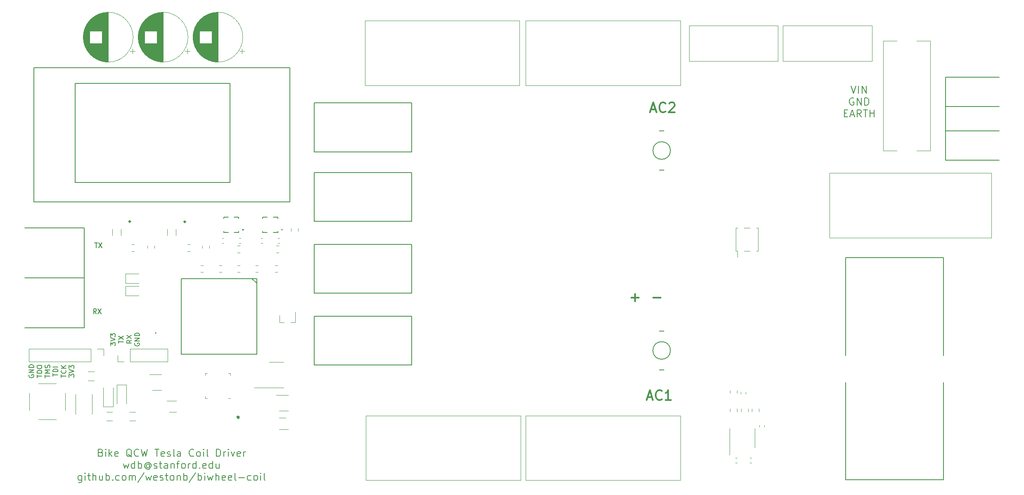
<source format=gbr>
G04 #@! TF.GenerationSoftware,KiCad,Pcbnew,5.1.4-e60b266~84~ubuntu18.04.1*
G04 #@! TF.CreationDate,2019-11-06T15:58:43-08:00*
G04 #@! TF.ProjectId,integrated,696e7465-6772-4617-9465-642e6b696361,rev?*
G04 #@! TF.SameCoordinates,Original*
G04 #@! TF.FileFunction,Legend,Top*
G04 #@! TF.FilePolarity,Positive*
%FSLAX46Y46*%
G04 Gerber Fmt 4.6, Leading zero omitted, Abs format (unit mm)*
G04 Created by KiCad (PCBNEW 5.1.4-e60b266~84~ubuntu18.04.1) date 2019-11-06 15:58:43*
%MOMM*%
%LPD*%
G04 APERTURE LIST*
%ADD10C,0.300000*%
%ADD11C,0.200000*%
%ADD12C,0.150000*%
%ADD13C,0.120000*%
%ADD14C,0.127000*%
G04 APERTURE END LIST*
D10*
X178988095Y-109642857D02*
X180511904Y-109642857D01*
X174488095Y-109642857D02*
X176011904Y-109642857D01*
X175250000Y-110404761D02*
X175250000Y-108880952D01*
X178571428Y-71083333D02*
X179523809Y-71083333D01*
X178380952Y-71654761D02*
X179047619Y-69654761D01*
X179714285Y-71654761D01*
X181523809Y-71464285D02*
X181428571Y-71559523D01*
X181142857Y-71654761D01*
X180952380Y-71654761D01*
X180666666Y-71559523D01*
X180476190Y-71369047D01*
X180380952Y-71178571D01*
X180285714Y-70797619D01*
X180285714Y-70511904D01*
X180380952Y-70130952D01*
X180476190Y-69940476D01*
X180666666Y-69750000D01*
X180952380Y-69654761D01*
X181142857Y-69654761D01*
X181428571Y-69750000D01*
X181523809Y-69845238D01*
X182285714Y-69845238D02*
X182380952Y-69750000D01*
X182571428Y-69654761D01*
X183047619Y-69654761D01*
X183238095Y-69750000D01*
X183333333Y-69845238D01*
X183428571Y-70035714D01*
X183428571Y-70226190D01*
X183333333Y-70511904D01*
X182190476Y-71654761D01*
X183428571Y-71654761D01*
X177821428Y-130083333D02*
X178773809Y-130083333D01*
X177630952Y-130654761D02*
X178297619Y-128654761D01*
X178964285Y-130654761D01*
X180773809Y-130464285D02*
X180678571Y-130559523D01*
X180392857Y-130654761D01*
X180202380Y-130654761D01*
X179916666Y-130559523D01*
X179726190Y-130369047D01*
X179630952Y-130178571D01*
X179535714Y-129797619D01*
X179535714Y-129511904D01*
X179630952Y-129130952D01*
X179726190Y-128940476D01*
X179916666Y-128750000D01*
X180202380Y-128654761D01*
X180392857Y-128654761D01*
X180678571Y-128750000D01*
X180773809Y-128845238D01*
X182678571Y-130654761D02*
X181535714Y-130654761D01*
X182107142Y-130654761D02*
X182107142Y-128654761D01*
X181916666Y-128940476D01*
X181726190Y-129130952D01*
X181535714Y-129226190D01*
D11*
X219607142Y-66228571D02*
X220107142Y-67728571D01*
X220607142Y-66228571D01*
X221107142Y-67728571D02*
X221107142Y-66228571D01*
X221821428Y-67728571D02*
X221821428Y-66228571D01*
X222678571Y-67728571D01*
X222678571Y-66228571D01*
X220107142Y-68750000D02*
X219964285Y-68678571D01*
X219750000Y-68678571D01*
X219535714Y-68750000D01*
X219392857Y-68892857D01*
X219321428Y-69035714D01*
X219250000Y-69321428D01*
X219250000Y-69535714D01*
X219321428Y-69821428D01*
X219392857Y-69964285D01*
X219535714Y-70107142D01*
X219750000Y-70178571D01*
X219892857Y-70178571D01*
X220107142Y-70107142D01*
X220178571Y-70035714D01*
X220178571Y-69535714D01*
X219892857Y-69535714D01*
X220821428Y-70178571D02*
X220821428Y-68678571D01*
X221678571Y-70178571D01*
X221678571Y-68678571D01*
X222392857Y-70178571D02*
X222392857Y-68678571D01*
X222750000Y-68678571D01*
X222964285Y-68750000D01*
X223107142Y-68892857D01*
X223178571Y-69035714D01*
X223250000Y-69321428D01*
X223250000Y-69535714D01*
X223178571Y-69821428D01*
X223107142Y-69964285D01*
X222964285Y-70107142D01*
X222750000Y-70178571D01*
X222392857Y-70178571D01*
X218178571Y-71842857D02*
X218678571Y-71842857D01*
X218892857Y-72628571D02*
X218178571Y-72628571D01*
X218178571Y-71128571D01*
X218892857Y-71128571D01*
X219464285Y-72200000D02*
X220178571Y-72200000D01*
X219321428Y-72628571D02*
X219821428Y-71128571D01*
X220321428Y-72628571D01*
X221678571Y-72628571D02*
X221178571Y-71914285D01*
X220821428Y-72628571D02*
X220821428Y-71128571D01*
X221392857Y-71128571D01*
X221535714Y-71200000D01*
X221607142Y-71271428D01*
X221678571Y-71414285D01*
X221678571Y-71628571D01*
X221607142Y-71771428D01*
X221535714Y-71842857D01*
X221392857Y-71914285D01*
X220821428Y-71914285D01*
X222107142Y-71128571D02*
X222964285Y-71128571D01*
X222535714Y-72628571D02*
X222535714Y-71128571D01*
X223464285Y-72628571D02*
X223464285Y-71128571D01*
X223464285Y-71842857D02*
X224321428Y-71842857D01*
X224321428Y-72628571D02*
X224321428Y-71128571D01*
D12*
X67727380Y-119488095D02*
X67727380Y-118869047D01*
X68108333Y-119202380D01*
X68108333Y-119059523D01*
X68155952Y-118964285D01*
X68203571Y-118916666D01*
X68298809Y-118869047D01*
X68536904Y-118869047D01*
X68632142Y-118916666D01*
X68679761Y-118964285D01*
X68727380Y-119059523D01*
X68727380Y-119345238D01*
X68679761Y-119440476D01*
X68632142Y-119488095D01*
X67727380Y-118583333D02*
X68727380Y-118250000D01*
X67727380Y-117916666D01*
X67727380Y-117678571D02*
X67727380Y-117059523D01*
X68108333Y-117392857D01*
X68108333Y-117250000D01*
X68155952Y-117154761D01*
X68203571Y-117107142D01*
X68298809Y-117059523D01*
X68536904Y-117059523D01*
X68632142Y-117107142D01*
X68679761Y-117154761D01*
X68727380Y-117250000D01*
X68727380Y-117535714D01*
X68679761Y-117630952D01*
X68632142Y-117678571D01*
X69377380Y-119011904D02*
X69377380Y-118440476D01*
X70377380Y-118726190D02*
X69377380Y-118726190D01*
X69377380Y-118202380D02*
X70377380Y-117535714D01*
X69377380Y-117535714D02*
X70377380Y-118202380D01*
X72027380Y-118416666D02*
X71551190Y-118750000D01*
X72027380Y-118988095D02*
X71027380Y-118988095D01*
X71027380Y-118607142D01*
X71075000Y-118511904D01*
X71122619Y-118464285D01*
X71217857Y-118416666D01*
X71360714Y-118416666D01*
X71455952Y-118464285D01*
X71503571Y-118511904D01*
X71551190Y-118607142D01*
X71551190Y-118988095D01*
X71027380Y-118083333D02*
X72027380Y-117416666D01*
X71027380Y-117416666D02*
X72027380Y-118083333D01*
X72725000Y-119011904D02*
X72677380Y-119107142D01*
X72677380Y-119250000D01*
X72725000Y-119392857D01*
X72820238Y-119488095D01*
X72915476Y-119535714D01*
X73105952Y-119583333D01*
X73248809Y-119583333D01*
X73439285Y-119535714D01*
X73534523Y-119488095D01*
X73629761Y-119392857D01*
X73677380Y-119250000D01*
X73677380Y-119154761D01*
X73629761Y-119011904D01*
X73582142Y-118964285D01*
X73248809Y-118964285D01*
X73248809Y-119154761D01*
X73677380Y-118535714D02*
X72677380Y-118535714D01*
X73677380Y-117964285D01*
X72677380Y-117964285D01*
X73677380Y-117488095D02*
X72677380Y-117488095D01*
X72677380Y-117250000D01*
X72725000Y-117107142D01*
X72820238Y-117011904D01*
X72915476Y-116964285D01*
X73105952Y-116916666D01*
X73248809Y-116916666D01*
X73439285Y-116964285D01*
X73534523Y-117011904D01*
X73629761Y-117107142D01*
X73677380Y-117250000D01*
X73677380Y-117488095D01*
X51050000Y-125511904D02*
X51002380Y-125607142D01*
X51002380Y-125750000D01*
X51050000Y-125892857D01*
X51145238Y-125988095D01*
X51240476Y-126035714D01*
X51430952Y-126083333D01*
X51573809Y-126083333D01*
X51764285Y-126035714D01*
X51859523Y-125988095D01*
X51954761Y-125892857D01*
X52002380Y-125750000D01*
X52002380Y-125654761D01*
X51954761Y-125511904D01*
X51907142Y-125464285D01*
X51573809Y-125464285D01*
X51573809Y-125654761D01*
X52002380Y-125035714D02*
X51002380Y-125035714D01*
X52002380Y-124464285D01*
X51002380Y-124464285D01*
X52002380Y-123988095D02*
X51002380Y-123988095D01*
X51002380Y-123750000D01*
X51050000Y-123607142D01*
X51145238Y-123511904D01*
X51240476Y-123464285D01*
X51430952Y-123416666D01*
X51573809Y-123416666D01*
X51764285Y-123464285D01*
X51859523Y-123511904D01*
X51954761Y-123607142D01*
X52002380Y-123750000D01*
X52002380Y-123988095D01*
X52652380Y-126059523D02*
X52652380Y-125488095D01*
X53652380Y-125773809D02*
X52652380Y-125773809D01*
X53652380Y-125154761D02*
X52652380Y-125154761D01*
X52652380Y-124916666D01*
X52700000Y-124773809D01*
X52795238Y-124678571D01*
X52890476Y-124630952D01*
X53080952Y-124583333D01*
X53223809Y-124583333D01*
X53414285Y-124630952D01*
X53509523Y-124678571D01*
X53604761Y-124773809D01*
X53652380Y-124916666D01*
X53652380Y-125154761D01*
X52652380Y-123964285D02*
X52652380Y-123773809D01*
X52700000Y-123678571D01*
X52795238Y-123583333D01*
X52985714Y-123535714D01*
X53319047Y-123535714D01*
X53509523Y-123583333D01*
X53604761Y-123678571D01*
X53652380Y-123773809D01*
X53652380Y-123964285D01*
X53604761Y-124059523D01*
X53509523Y-124154761D01*
X53319047Y-124202380D01*
X52985714Y-124202380D01*
X52795238Y-124154761D01*
X52700000Y-124059523D01*
X52652380Y-123964285D01*
X54302380Y-126083333D02*
X54302380Y-125511904D01*
X55302380Y-125797619D02*
X54302380Y-125797619D01*
X55302380Y-125178571D02*
X54302380Y-125178571D01*
X55016666Y-124845238D01*
X54302380Y-124511904D01*
X55302380Y-124511904D01*
X55254761Y-124083333D02*
X55302380Y-123940476D01*
X55302380Y-123702380D01*
X55254761Y-123607142D01*
X55207142Y-123559523D01*
X55111904Y-123511904D01*
X55016666Y-123511904D01*
X54921428Y-123559523D01*
X54873809Y-123607142D01*
X54826190Y-123702380D01*
X54778571Y-123892857D01*
X54730952Y-123988095D01*
X54683333Y-124035714D01*
X54588095Y-124083333D01*
X54492857Y-124083333D01*
X54397619Y-124035714D01*
X54350000Y-123988095D01*
X54302380Y-123892857D01*
X54302380Y-123654761D01*
X54350000Y-123511904D01*
X55952380Y-125773809D02*
X55952380Y-125202380D01*
X56952380Y-125488095D02*
X55952380Y-125488095D01*
X56952380Y-124869047D02*
X55952380Y-124869047D01*
X55952380Y-124630952D01*
X56000000Y-124488095D01*
X56095238Y-124392857D01*
X56190476Y-124345238D01*
X56380952Y-124297619D01*
X56523809Y-124297619D01*
X56714285Y-124345238D01*
X56809523Y-124392857D01*
X56904761Y-124488095D01*
X56952380Y-124630952D01*
X56952380Y-124869047D01*
X56952380Y-123869047D02*
X55952380Y-123869047D01*
X57602380Y-126035714D02*
X57602380Y-125464285D01*
X58602380Y-125750000D02*
X57602380Y-125750000D01*
X58507142Y-124559523D02*
X58554761Y-124607142D01*
X58602380Y-124750000D01*
X58602380Y-124845238D01*
X58554761Y-124988095D01*
X58459523Y-125083333D01*
X58364285Y-125130952D01*
X58173809Y-125178571D01*
X58030952Y-125178571D01*
X57840476Y-125130952D01*
X57745238Y-125083333D01*
X57650000Y-124988095D01*
X57602380Y-124845238D01*
X57602380Y-124750000D01*
X57650000Y-124607142D01*
X57697619Y-124559523D01*
X58602380Y-124130952D02*
X57602380Y-124130952D01*
X58602380Y-123559523D02*
X58030952Y-123988095D01*
X57602380Y-123559523D02*
X58173809Y-124130952D01*
X59252380Y-125988095D02*
X59252380Y-125369047D01*
X59633333Y-125702380D01*
X59633333Y-125559523D01*
X59680952Y-125464285D01*
X59728571Y-125416666D01*
X59823809Y-125369047D01*
X60061904Y-125369047D01*
X60157142Y-125416666D01*
X60204761Y-125464285D01*
X60252380Y-125559523D01*
X60252380Y-125845238D01*
X60204761Y-125940476D01*
X60157142Y-125988095D01*
X59252380Y-125083333D02*
X60252380Y-124750000D01*
X59252380Y-124416666D01*
X59252380Y-124178571D02*
X59252380Y-123559523D01*
X59633333Y-123892857D01*
X59633333Y-123750000D01*
X59680952Y-123654761D01*
X59728571Y-123607142D01*
X59823809Y-123559523D01*
X60061904Y-123559523D01*
X60157142Y-123607142D01*
X60204761Y-123654761D01*
X60252380Y-123750000D01*
X60252380Y-124035714D01*
X60204761Y-124130952D01*
X60157142Y-124178571D01*
X64833333Y-112952380D02*
X64500000Y-112476190D01*
X64261904Y-112952380D02*
X64261904Y-111952380D01*
X64642857Y-111952380D01*
X64738095Y-112000000D01*
X64785714Y-112047619D01*
X64833333Y-112142857D01*
X64833333Y-112285714D01*
X64785714Y-112380952D01*
X64738095Y-112428571D01*
X64642857Y-112476190D01*
X64261904Y-112476190D01*
X65166666Y-111952380D02*
X65833333Y-112952380D01*
X65833333Y-111952380D02*
X65166666Y-112952380D01*
X64488095Y-98452380D02*
X65059523Y-98452380D01*
X64773809Y-99452380D02*
X64773809Y-98452380D01*
X65297619Y-98452380D02*
X65964285Y-99452380D01*
X65964285Y-98452380D02*
X65297619Y-99452380D01*
D11*
X65749999Y-141442857D02*
X65964285Y-141514285D01*
X66035714Y-141585714D01*
X66107142Y-141728571D01*
X66107142Y-141942857D01*
X66035714Y-142085714D01*
X65964285Y-142157142D01*
X65821428Y-142228571D01*
X65249999Y-142228571D01*
X65249999Y-140728571D01*
X65749999Y-140728571D01*
X65892857Y-140800000D01*
X65964285Y-140871428D01*
X66035714Y-141014285D01*
X66035714Y-141157142D01*
X65964285Y-141300000D01*
X65892857Y-141371428D01*
X65749999Y-141442857D01*
X65249999Y-141442857D01*
X66749999Y-142228571D02*
X66749999Y-141228571D01*
X66749999Y-140728571D02*
X66678571Y-140800000D01*
X66749999Y-140871428D01*
X66821428Y-140800000D01*
X66749999Y-140728571D01*
X66749999Y-140871428D01*
X67464285Y-142228571D02*
X67464285Y-140728571D01*
X67607142Y-141657142D02*
X68035714Y-142228571D01*
X68035714Y-141228571D02*
X67464285Y-141800000D01*
X69249999Y-142157142D02*
X69107142Y-142228571D01*
X68821428Y-142228571D01*
X68678571Y-142157142D01*
X68607142Y-142014285D01*
X68607142Y-141442857D01*
X68678571Y-141300000D01*
X68821428Y-141228571D01*
X69107142Y-141228571D01*
X69249999Y-141300000D01*
X69321428Y-141442857D01*
X69321428Y-141585714D01*
X68607142Y-141728571D01*
X72107142Y-142371428D02*
X71964285Y-142300000D01*
X71821428Y-142157142D01*
X71607142Y-141942857D01*
X71464285Y-141871428D01*
X71321428Y-141871428D01*
X71392857Y-142228571D02*
X71249999Y-142157142D01*
X71107142Y-142014285D01*
X71035714Y-141728571D01*
X71035714Y-141228571D01*
X71107142Y-140942857D01*
X71249999Y-140800000D01*
X71392857Y-140728571D01*
X71678571Y-140728571D01*
X71821428Y-140800000D01*
X71964285Y-140942857D01*
X72035714Y-141228571D01*
X72035714Y-141728571D01*
X71964285Y-142014285D01*
X71821428Y-142157142D01*
X71678571Y-142228571D01*
X71392857Y-142228571D01*
X73535714Y-142085714D02*
X73464285Y-142157142D01*
X73249999Y-142228571D01*
X73107142Y-142228571D01*
X72892857Y-142157142D01*
X72749999Y-142014285D01*
X72678571Y-141871428D01*
X72607142Y-141585714D01*
X72607142Y-141371428D01*
X72678571Y-141085714D01*
X72749999Y-140942857D01*
X72892857Y-140800000D01*
X73107142Y-140728571D01*
X73249999Y-140728571D01*
X73464285Y-140800000D01*
X73535714Y-140871428D01*
X74035714Y-140728571D02*
X74392857Y-142228571D01*
X74678571Y-141157142D01*
X74964285Y-142228571D01*
X75321428Y-140728571D01*
X76821428Y-140728571D02*
X77678571Y-140728571D01*
X77249999Y-142228571D02*
X77249999Y-140728571D01*
X78749999Y-142157142D02*
X78607142Y-142228571D01*
X78321428Y-142228571D01*
X78178571Y-142157142D01*
X78107142Y-142014285D01*
X78107142Y-141442857D01*
X78178571Y-141300000D01*
X78321428Y-141228571D01*
X78607142Y-141228571D01*
X78749999Y-141300000D01*
X78821428Y-141442857D01*
X78821428Y-141585714D01*
X78107142Y-141728571D01*
X79392857Y-142157142D02*
X79535714Y-142228571D01*
X79821428Y-142228571D01*
X79964285Y-142157142D01*
X80035714Y-142014285D01*
X80035714Y-141942857D01*
X79964285Y-141800000D01*
X79821428Y-141728571D01*
X79607142Y-141728571D01*
X79464285Y-141657142D01*
X79392857Y-141514285D01*
X79392857Y-141442857D01*
X79464285Y-141300000D01*
X79607142Y-141228571D01*
X79821428Y-141228571D01*
X79964285Y-141300000D01*
X80892857Y-142228571D02*
X80749999Y-142157142D01*
X80678571Y-142014285D01*
X80678571Y-140728571D01*
X82107142Y-142228571D02*
X82107142Y-141442857D01*
X82035714Y-141300000D01*
X81892857Y-141228571D01*
X81607142Y-141228571D01*
X81464285Y-141300000D01*
X82107142Y-142157142D02*
X81964285Y-142228571D01*
X81607142Y-142228571D01*
X81464285Y-142157142D01*
X81392857Y-142014285D01*
X81392857Y-141871428D01*
X81464285Y-141728571D01*
X81607142Y-141657142D01*
X81964285Y-141657142D01*
X82107142Y-141585714D01*
X84821428Y-142085714D02*
X84749999Y-142157142D01*
X84535714Y-142228571D01*
X84392857Y-142228571D01*
X84178571Y-142157142D01*
X84035714Y-142014285D01*
X83964285Y-141871428D01*
X83892857Y-141585714D01*
X83892857Y-141371428D01*
X83964285Y-141085714D01*
X84035714Y-140942857D01*
X84178571Y-140800000D01*
X84392857Y-140728571D01*
X84535714Y-140728571D01*
X84749999Y-140800000D01*
X84821428Y-140871428D01*
X85678571Y-142228571D02*
X85535714Y-142157142D01*
X85464285Y-142085714D01*
X85392857Y-141942857D01*
X85392857Y-141514285D01*
X85464285Y-141371428D01*
X85535714Y-141300000D01*
X85678571Y-141228571D01*
X85892857Y-141228571D01*
X86035714Y-141300000D01*
X86107142Y-141371428D01*
X86178571Y-141514285D01*
X86178571Y-141942857D01*
X86107142Y-142085714D01*
X86035714Y-142157142D01*
X85892857Y-142228571D01*
X85678571Y-142228571D01*
X86821428Y-142228571D02*
X86821428Y-141228571D01*
X86821428Y-140728571D02*
X86749999Y-140800000D01*
X86821428Y-140871428D01*
X86892857Y-140800000D01*
X86821428Y-140728571D01*
X86821428Y-140871428D01*
X87749999Y-142228571D02*
X87607142Y-142157142D01*
X87535714Y-142014285D01*
X87535714Y-140728571D01*
X89464285Y-142228571D02*
X89464285Y-140728571D01*
X89821428Y-140728571D01*
X90035714Y-140800000D01*
X90178571Y-140942857D01*
X90249999Y-141085714D01*
X90321428Y-141371428D01*
X90321428Y-141585714D01*
X90249999Y-141871428D01*
X90178571Y-142014285D01*
X90035714Y-142157142D01*
X89821428Y-142228571D01*
X89464285Y-142228571D01*
X90964285Y-142228571D02*
X90964285Y-141228571D01*
X90964285Y-141514285D02*
X91035714Y-141371428D01*
X91107142Y-141300000D01*
X91249999Y-141228571D01*
X91392857Y-141228571D01*
X91892857Y-142228571D02*
X91892857Y-141228571D01*
X91892857Y-140728571D02*
X91821428Y-140800000D01*
X91892857Y-140871428D01*
X91964285Y-140800000D01*
X91892857Y-140728571D01*
X91892857Y-140871428D01*
X92464285Y-141228571D02*
X92821428Y-142228571D01*
X93178571Y-141228571D01*
X94321428Y-142157142D02*
X94178571Y-142228571D01*
X93892857Y-142228571D01*
X93749999Y-142157142D01*
X93678571Y-142014285D01*
X93678571Y-141442857D01*
X93749999Y-141300000D01*
X93892857Y-141228571D01*
X94178571Y-141228571D01*
X94321428Y-141300000D01*
X94392857Y-141442857D01*
X94392857Y-141585714D01*
X93678571Y-141728571D01*
X95035714Y-142228571D02*
X95035714Y-141228571D01*
X95035714Y-141514285D02*
X95107142Y-141371428D01*
X95178571Y-141300000D01*
X95321428Y-141228571D01*
X95464285Y-141228571D01*
X70357142Y-143678571D02*
X70642857Y-144678571D01*
X70928571Y-143964285D01*
X71214285Y-144678571D01*
X71500000Y-143678571D01*
X72714285Y-144678571D02*
X72714285Y-143178571D01*
X72714285Y-144607142D02*
X72571428Y-144678571D01*
X72285714Y-144678571D01*
X72142857Y-144607142D01*
X72071428Y-144535714D01*
X72000000Y-144392857D01*
X72000000Y-143964285D01*
X72071428Y-143821428D01*
X72142857Y-143750000D01*
X72285714Y-143678571D01*
X72571428Y-143678571D01*
X72714285Y-143750000D01*
X73428571Y-144678571D02*
X73428571Y-143178571D01*
X73428571Y-143750000D02*
X73571428Y-143678571D01*
X73857142Y-143678571D01*
X74000000Y-143750000D01*
X74071428Y-143821428D01*
X74142857Y-143964285D01*
X74142857Y-144392857D01*
X74071428Y-144535714D01*
X74000000Y-144607142D01*
X73857142Y-144678571D01*
X73571428Y-144678571D01*
X73428571Y-144607142D01*
X75714285Y-143964285D02*
X75642857Y-143892857D01*
X75500000Y-143821428D01*
X75357142Y-143821428D01*
X75214285Y-143892857D01*
X75142857Y-143964285D01*
X75071428Y-144107142D01*
X75071428Y-144250000D01*
X75142857Y-144392857D01*
X75214285Y-144464285D01*
X75357142Y-144535714D01*
X75500000Y-144535714D01*
X75642857Y-144464285D01*
X75714285Y-144392857D01*
X75714285Y-143821428D02*
X75714285Y-144392857D01*
X75785714Y-144464285D01*
X75857142Y-144464285D01*
X76000000Y-144392857D01*
X76071428Y-144250000D01*
X76071428Y-143892857D01*
X75928571Y-143678571D01*
X75714285Y-143535714D01*
X75428571Y-143464285D01*
X75142857Y-143535714D01*
X74928571Y-143678571D01*
X74785714Y-143892857D01*
X74714285Y-144178571D01*
X74785714Y-144464285D01*
X74928571Y-144678571D01*
X75142857Y-144821428D01*
X75428571Y-144892857D01*
X75714285Y-144821428D01*
X75928571Y-144678571D01*
X76642857Y-144607142D02*
X76785714Y-144678571D01*
X77071428Y-144678571D01*
X77214285Y-144607142D01*
X77285714Y-144464285D01*
X77285714Y-144392857D01*
X77214285Y-144250000D01*
X77071428Y-144178571D01*
X76857142Y-144178571D01*
X76714285Y-144107142D01*
X76642857Y-143964285D01*
X76642857Y-143892857D01*
X76714285Y-143750000D01*
X76857142Y-143678571D01*
X77071428Y-143678571D01*
X77214285Y-143750000D01*
X77714285Y-143678571D02*
X78285714Y-143678571D01*
X77928571Y-143178571D02*
X77928571Y-144464285D01*
X78000000Y-144607142D01*
X78142857Y-144678571D01*
X78285714Y-144678571D01*
X79428571Y-144678571D02*
X79428571Y-143892857D01*
X79357142Y-143750000D01*
X79214285Y-143678571D01*
X78928571Y-143678571D01*
X78785714Y-143750000D01*
X79428571Y-144607142D02*
X79285714Y-144678571D01*
X78928571Y-144678571D01*
X78785714Y-144607142D01*
X78714285Y-144464285D01*
X78714285Y-144321428D01*
X78785714Y-144178571D01*
X78928571Y-144107142D01*
X79285714Y-144107142D01*
X79428571Y-144035714D01*
X80142857Y-143678571D02*
X80142857Y-144678571D01*
X80142857Y-143821428D02*
X80214285Y-143750000D01*
X80357142Y-143678571D01*
X80571428Y-143678571D01*
X80714285Y-143750000D01*
X80785714Y-143892857D01*
X80785714Y-144678571D01*
X81285714Y-143678571D02*
X81857142Y-143678571D01*
X81500000Y-144678571D02*
X81500000Y-143392857D01*
X81571428Y-143250000D01*
X81714285Y-143178571D01*
X81857142Y-143178571D01*
X82571428Y-144678571D02*
X82428571Y-144607142D01*
X82357142Y-144535714D01*
X82285714Y-144392857D01*
X82285714Y-143964285D01*
X82357142Y-143821428D01*
X82428571Y-143750000D01*
X82571428Y-143678571D01*
X82785714Y-143678571D01*
X82928571Y-143750000D01*
X83000000Y-143821428D01*
X83071428Y-143964285D01*
X83071428Y-144392857D01*
X83000000Y-144535714D01*
X82928571Y-144607142D01*
X82785714Y-144678571D01*
X82571428Y-144678571D01*
X83714285Y-144678571D02*
X83714285Y-143678571D01*
X83714285Y-143964285D02*
X83785714Y-143821428D01*
X83857142Y-143750000D01*
X84000000Y-143678571D01*
X84142857Y-143678571D01*
X85285714Y-144678571D02*
X85285714Y-143178571D01*
X85285714Y-144607142D02*
X85142857Y-144678571D01*
X84857142Y-144678571D01*
X84714285Y-144607142D01*
X84642857Y-144535714D01*
X84571428Y-144392857D01*
X84571428Y-143964285D01*
X84642857Y-143821428D01*
X84714285Y-143750000D01*
X84857142Y-143678571D01*
X85142857Y-143678571D01*
X85285714Y-143750000D01*
X86000000Y-144535714D02*
X86071428Y-144607142D01*
X86000000Y-144678571D01*
X85928571Y-144607142D01*
X86000000Y-144535714D01*
X86000000Y-144678571D01*
X87285714Y-144607142D02*
X87142857Y-144678571D01*
X86857142Y-144678571D01*
X86714285Y-144607142D01*
X86642857Y-144464285D01*
X86642857Y-143892857D01*
X86714285Y-143750000D01*
X86857142Y-143678571D01*
X87142857Y-143678571D01*
X87285714Y-143750000D01*
X87357142Y-143892857D01*
X87357142Y-144035714D01*
X86642857Y-144178571D01*
X88642857Y-144678571D02*
X88642857Y-143178571D01*
X88642857Y-144607142D02*
X88500000Y-144678571D01*
X88214285Y-144678571D01*
X88071428Y-144607142D01*
X88000000Y-144535714D01*
X87928571Y-144392857D01*
X87928571Y-143964285D01*
X88000000Y-143821428D01*
X88071428Y-143750000D01*
X88214285Y-143678571D01*
X88500000Y-143678571D01*
X88642857Y-143750000D01*
X90000000Y-143678571D02*
X90000000Y-144678571D01*
X89357142Y-143678571D02*
X89357142Y-144464285D01*
X89428571Y-144607142D01*
X89571428Y-144678571D01*
X89785714Y-144678571D01*
X89928571Y-144607142D01*
X90000000Y-144535714D01*
X61821428Y-146128571D02*
X61821428Y-147342857D01*
X61749999Y-147485714D01*
X61678571Y-147557142D01*
X61535714Y-147628571D01*
X61321428Y-147628571D01*
X61178571Y-147557142D01*
X61821428Y-147057142D02*
X61678571Y-147128571D01*
X61392857Y-147128571D01*
X61249999Y-147057142D01*
X61178571Y-146985714D01*
X61107142Y-146842857D01*
X61107142Y-146414285D01*
X61178571Y-146271428D01*
X61249999Y-146200000D01*
X61392857Y-146128571D01*
X61678571Y-146128571D01*
X61821428Y-146200000D01*
X62535714Y-147128571D02*
X62535714Y-146128571D01*
X62535714Y-145628571D02*
X62464285Y-145700000D01*
X62535714Y-145771428D01*
X62607142Y-145700000D01*
X62535714Y-145628571D01*
X62535714Y-145771428D01*
X63035714Y-146128571D02*
X63607142Y-146128571D01*
X63249999Y-145628571D02*
X63249999Y-146914285D01*
X63321428Y-147057142D01*
X63464285Y-147128571D01*
X63607142Y-147128571D01*
X64107142Y-147128571D02*
X64107142Y-145628571D01*
X64749999Y-147128571D02*
X64749999Y-146342857D01*
X64678571Y-146200000D01*
X64535714Y-146128571D01*
X64321428Y-146128571D01*
X64178571Y-146200000D01*
X64107142Y-146271428D01*
X66107142Y-146128571D02*
X66107142Y-147128571D01*
X65464285Y-146128571D02*
X65464285Y-146914285D01*
X65535714Y-147057142D01*
X65678571Y-147128571D01*
X65892857Y-147128571D01*
X66035714Y-147057142D01*
X66107142Y-146985714D01*
X66821428Y-147128571D02*
X66821428Y-145628571D01*
X66821428Y-146200000D02*
X66964285Y-146128571D01*
X67250000Y-146128571D01*
X67392857Y-146200000D01*
X67464285Y-146271428D01*
X67535714Y-146414285D01*
X67535714Y-146842857D01*
X67464285Y-146985714D01*
X67392857Y-147057142D01*
X67250000Y-147128571D01*
X66964285Y-147128571D01*
X66821428Y-147057142D01*
X68178571Y-146985714D02*
X68250000Y-147057142D01*
X68178571Y-147128571D01*
X68107142Y-147057142D01*
X68178571Y-146985714D01*
X68178571Y-147128571D01*
X69535714Y-147057142D02*
X69392857Y-147128571D01*
X69107142Y-147128571D01*
X68964285Y-147057142D01*
X68892857Y-146985714D01*
X68821428Y-146842857D01*
X68821428Y-146414285D01*
X68892857Y-146271428D01*
X68964285Y-146200000D01*
X69107142Y-146128571D01*
X69392857Y-146128571D01*
X69535714Y-146200000D01*
X70392857Y-147128571D02*
X70250000Y-147057142D01*
X70178571Y-146985714D01*
X70107142Y-146842857D01*
X70107142Y-146414285D01*
X70178571Y-146271428D01*
X70250000Y-146200000D01*
X70392857Y-146128571D01*
X70607142Y-146128571D01*
X70750000Y-146200000D01*
X70821428Y-146271428D01*
X70892857Y-146414285D01*
X70892857Y-146842857D01*
X70821428Y-146985714D01*
X70750000Y-147057142D01*
X70607142Y-147128571D01*
X70392857Y-147128571D01*
X71535714Y-147128571D02*
X71535714Y-146128571D01*
X71535714Y-146271428D02*
X71607142Y-146200000D01*
X71750000Y-146128571D01*
X71964285Y-146128571D01*
X72107142Y-146200000D01*
X72178571Y-146342857D01*
X72178571Y-147128571D01*
X72178571Y-146342857D02*
X72250000Y-146200000D01*
X72392857Y-146128571D01*
X72607142Y-146128571D01*
X72750000Y-146200000D01*
X72821428Y-146342857D01*
X72821428Y-147128571D01*
X74607142Y-145557142D02*
X73321428Y-147485714D01*
X74964285Y-146128571D02*
X75250000Y-147128571D01*
X75535714Y-146414285D01*
X75821428Y-147128571D01*
X76107142Y-146128571D01*
X77250000Y-147057142D02*
X77107142Y-147128571D01*
X76821428Y-147128571D01*
X76678571Y-147057142D01*
X76607142Y-146914285D01*
X76607142Y-146342857D01*
X76678571Y-146200000D01*
X76821428Y-146128571D01*
X77107142Y-146128571D01*
X77250000Y-146200000D01*
X77321428Y-146342857D01*
X77321428Y-146485714D01*
X76607142Y-146628571D01*
X77892857Y-147057142D02*
X78035714Y-147128571D01*
X78321428Y-147128571D01*
X78464285Y-147057142D01*
X78535714Y-146914285D01*
X78535714Y-146842857D01*
X78464285Y-146700000D01*
X78321428Y-146628571D01*
X78107142Y-146628571D01*
X77964285Y-146557142D01*
X77892857Y-146414285D01*
X77892857Y-146342857D01*
X77964285Y-146200000D01*
X78107142Y-146128571D01*
X78321428Y-146128571D01*
X78464285Y-146200000D01*
X78964285Y-146128571D02*
X79535714Y-146128571D01*
X79178571Y-145628571D02*
X79178571Y-146914285D01*
X79250000Y-147057142D01*
X79392857Y-147128571D01*
X79535714Y-147128571D01*
X80250000Y-147128571D02*
X80107142Y-147057142D01*
X80035714Y-146985714D01*
X79964285Y-146842857D01*
X79964285Y-146414285D01*
X80035714Y-146271428D01*
X80107142Y-146200000D01*
X80250000Y-146128571D01*
X80464285Y-146128571D01*
X80607142Y-146200000D01*
X80678571Y-146271428D01*
X80750000Y-146414285D01*
X80750000Y-146842857D01*
X80678571Y-146985714D01*
X80607142Y-147057142D01*
X80464285Y-147128571D01*
X80250000Y-147128571D01*
X81392857Y-146128571D02*
X81392857Y-147128571D01*
X81392857Y-146271428D02*
X81464285Y-146200000D01*
X81607142Y-146128571D01*
X81821428Y-146128571D01*
X81964285Y-146200000D01*
X82035714Y-146342857D01*
X82035714Y-147128571D01*
X82750000Y-147128571D02*
X82750000Y-145628571D01*
X82750000Y-146200000D02*
X82892857Y-146128571D01*
X83178571Y-146128571D01*
X83321428Y-146200000D01*
X83392857Y-146271428D01*
X83464285Y-146414285D01*
X83464285Y-146842857D01*
X83392857Y-146985714D01*
X83321428Y-147057142D01*
X83178571Y-147128571D01*
X82892857Y-147128571D01*
X82750000Y-147057142D01*
X85178571Y-145557142D02*
X83892857Y-147485714D01*
X85678571Y-147128571D02*
X85678571Y-145628571D01*
X85678571Y-146200000D02*
X85821428Y-146128571D01*
X86107142Y-146128571D01*
X86250000Y-146200000D01*
X86321428Y-146271428D01*
X86392857Y-146414285D01*
X86392857Y-146842857D01*
X86321428Y-146985714D01*
X86250000Y-147057142D01*
X86107142Y-147128571D01*
X85821428Y-147128571D01*
X85678571Y-147057142D01*
X87035714Y-147128571D02*
X87035714Y-146128571D01*
X87035714Y-145628571D02*
X86964285Y-145700000D01*
X87035714Y-145771428D01*
X87107142Y-145700000D01*
X87035714Y-145628571D01*
X87035714Y-145771428D01*
X87607142Y-146128571D02*
X87892857Y-147128571D01*
X88178571Y-146414285D01*
X88464285Y-147128571D01*
X88750000Y-146128571D01*
X89321428Y-147128571D02*
X89321428Y-145628571D01*
X89964285Y-147128571D02*
X89964285Y-146342857D01*
X89892857Y-146200000D01*
X89750000Y-146128571D01*
X89535714Y-146128571D01*
X89392857Y-146200000D01*
X89321428Y-146271428D01*
X91250000Y-147057142D02*
X91107142Y-147128571D01*
X90821428Y-147128571D01*
X90678571Y-147057142D01*
X90607142Y-146914285D01*
X90607142Y-146342857D01*
X90678571Y-146200000D01*
X90821428Y-146128571D01*
X91107142Y-146128571D01*
X91250000Y-146200000D01*
X91321428Y-146342857D01*
X91321428Y-146485714D01*
X90607142Y-146628571D01*
X92535714Y-147057142D02*
X92392857Y-147128571D01*
X92107142Y-147128571D01*
X91964285Y-147057142D01*
X91892857Y-146914285D01*
X91892857Y-146342857D01*
X91964285Y-146200000D01*
X92107142Y-146128571D01*
X92392857Y-146128571D01*
X92535714Y-146200000D01*
X92607142Y-146342857D01*
X92607142Y-146485714D01*
X91892857Y-146628571D01*
X93464285Y-147128571D02*
X93321428Y-147057142D01*
X93250000Y-146914285D01*
X93250000Y-145628571D01*
X94035714Y-146557142D02*
X95178571Y-146557142D01*
X96535714Y-147057142D02*
X96392857Y-147128571D01*
X96107142Y-147128571D01*
X95964285Y-147057142D01*
X95892857Y-146985714D01*
X95821428Y-146842857D01*
X95821428Y-146414285D01*
X95892857Y-146271428D01*
X95964285Y-146200000D01*
X96107142Y-146128571D01*
X96392857Y-146128571D01*
X96535714Y-146200000D01*
X97392857Y-147128571D02*
X97250000Y-147057142D01*
X97178571Y-146985714D01*
X97107142Y-146842857D01*
X97107142Y-146414285D01*
X97178571Y-146271428D01*
X97250000Y-146200000D01*
X97392857Y-146128571D01*
X97607142Y-146128571D01*
X97750000Y-146200000D01*
X97821428Y-146271428D01*
X97892857Y-146414285D01*
X97892857Y-146842857D01*
X97821428Y-146985714D01*
X97750000Y-147057142D01*
X97607142Y-147128571D01*
X97392857Y-147128571D01*
X98535714Y-147128571D02*
X98535714Y-146128571D01*
X98535714Y-145628571D02*
X98464285Y-145700000D01*
X98535714Y-145771428D01*
X98607142Y-145700000D01*
X98535714Y-145628571D01*
X98535714Y-145771428D01*
X99464285Y-147128571D02*
X99321428Y-147057142D01*
X99250000Y-146914285D01*
X99250000Y-145628571D01*
D13*
X199162779Y-142490000D02*
X198837221Y-142490000D01*
X199162779Y-143510000D02*
X198837221Y-143510000D01*
D12*
X239000000Y-75500000D02*
X250000000Y-75500000D01*
X250000000Y-70500000D02*
X239000000Y-70500000D01*
X239000000Y-81500000D02*
X250000000Y-81500000D01*
X239000000Y-64500000D02*
X250000000Y-64500000D01*
X239000000Y-81500000D02*
X239000000Y-64500000D01*
D13*
X70815000Y-109210000D02*
X73500000Y-109210000D01*
X70815000Y-107290000D02*
X70815000Y-109210000D01*
X73500000Y-107290000D02*
X70815000Y-107290000D01*
X70815000Y-106710000D02*
X73500000Y-106710000D01*
X70815000Y-104790000D02*
X70815000Y-106710000D01*
X73500000Y-104790000D02*
X70815000Y-104790000D01*
X195837221Y-143510000D02*
X196162779Y-143510000D01*
X195837221Y-142490000D02*
X196162779Y-142490000D01*
D12*
X180250000Y-83500000D02*
X181250000Y-83500000D01*
X180250000Y-75500000D02*
X181250000Y-75500000D01*
X182552776Y-79500000D02*
G75*
G03X182552776Y-79500000I-1802776J0D01*
G01*
X180250000Y-124500000D02*
X181250000Y-124500000D01*
X180250000Y-116500000D02*
X181250000Y-116500000D01*
X182552776Y-120500000D02*
G75*
G03X182552776Y-120500000I-1802776J0D01*
G01*
X129500000Y-98750000D02*
X109500000Y-98750000D01*
X129500000Y-108750000D02*
X129500000Y-98750000D01*
X109500000Y-108750000D02*
X129500000Y-108750000D01*
X109500000Y-98750000D02*
X109500000Y-108750000D01*
X129500000Y-84000000D02*
X109500000Y-84000000D01*
X129500000Y-94000000D02*
X129500000Y-84000000D01*
X109500000Y-94000000D02*
X129500000Y-94000000D01*
X109500000Y-84000000D02*
X109500000Y-94000000D01*
X129500000Y-69750000D02*
X109500000Y-69750000D01*
X129500000Y-79750000D02*
X129500000Y-69750000D01*
X109500000Y-79750000D02*
X129500000Y-79750000D01*
X109500000Y-69750000D02*
X109500000Y-79750000D01*
X97750000Y-106750000D02*
X96750000Y-105750000D01*
X97750000Y-105750000D02*
X97750000Y-106750000D01*
X82250000Y-105750000D02*
X97750000Y-105750000D01*
X82250000Y-121250000D02*
X82250000Y-105750000D01*
X97750000Y-121250000D02*
X82250000Y-121250000D01*
X97750000Y-105750000D02*
X97750000Y-121250000D01*
D13*
X93741422Y-104460000D02*
X94258578Y-104460000D01*
X93741422Y-103040000D02*
X94258578Y-103040000D01*
X90508578Y-103040000D02*
X89991422Y-103040000D01*
X90508578Y-104460000D02*
X89991422Y-104460000D01*
X97491422Y-104460000D02*
X98008578Y-104460000D01*
X97491422Y-103040000D02*
X98008578Y-103040000D01*
X102008578Y-103040000D02*
X101491422Y-103040000D01*
X102008578Y-104460000D02*
X101491422Y-104460000D01*
X86241422Y-104460000D02*
X86758578Y-104460000D01*
X86241422Y-103040000D02*
X86758578Y-103040000D01*
X72229646Y-59625000D02*
X72229646Y-58625000D01*
X72729646Y-59125000D02*
X71729646Y-59125000D01*
X62169000Y-56849000D02*
X62169000Y-55651000D01*
X62209000Y-57112000D02*
X62209000Y-55388000D01*
X62249000Y-57312000D02*
X62249000Y-55188000D01*
X62289000Y-57480000D02*
X62289000Y-55020000D01*
X62329000Y-57628000D02*
X62329000Y-54872000D01*
X62369000Y-57760000D02*
X62369000Y-54740000D01*
X62409000Y-57880000D02*
X62409000Y-54620000D01*
X62449000Y-57992000D02*
X62449000Y-54508000D01*
X62489000Y-58096000D02*
X62489000Y-54404000D01*
X62529000Y-58194000D02*
X62529000Y-54306000D01*
X62569000Y-58287000D02*
X62569000Y-54213000D01*
X62609000Y-58375000D02*
X62609000Y-54125000D01*
X62649000Y-58459000D02*
X62649000Y-54041000D01*
X62689000Y-58539000D02*
X62689000Y-53961000D01*
X62729000Y-58615000D02*
X62729000Y-53885000D01*
X62769000Y-58689000D02*
X62769000Y-53811000D01*
X62809000Y-58760000D02*
X62809000Y-53740000D01*
X62849000Y-58829000D02*
X62849000Y-53671000D01*
X62889000Y-58895000D02*
X62889000Y-53605000D01*
X62929000Y-58959000D02*
X62929000Y-53541000D01*
X62969000Y-59020000D02*
X62969000Y-53480000D01*
X63009000Y-59080000D02*
X63009000Y-53420000D01*
X63049000Y-59139000D02*
X63049000Y-53361000D01*
X63089000Y-59195000D02*
X63089000Y-53305000D01*
X63129000Y-59250000D02*
X63129000Y-53250000D01*
X63169000Y-59304000D02*
X63169000Y-53196000D01*
X63209000Y-59356000D02*
X63209000Y-53144000D01*
X63249000Y-59406000D02*
X63249000Y-53094000D01*
X63289000Y-59456000D02*
X63289000Y-53044000D01*
X63329000Y-59504000D02*
X63329000Y-52996000D01*
X63369000Y-59551000D02*
X63369000Y-52949000D01*
X63409000Y-59597000D02*
X63409000Y-52903000D01*
X63449000Y-59642000D02*
X63449000Y-52858000D01*
X63489000Y-59686000D02*
X63489000Y-52814000D01*
X63529000Y-55009000D02*
X63529000Y-52772000D01*
X63529000Y-59728000D02*
X63529000Y-57491000D01*
X63569000Y-55009000D02*
X63569000Y-52730000D01*
X63569000Y-59770000D02*
X63569000Y-57491000D01*
X63609000Y-55009000D02*
X63609000Y-52689000D01*
X63609000Y-59811000D02*
X63609000Y-57491000D01*
X63649000Y-55009000D02*
X63649000Y-52649000D01*
X63649000Y-59851000D02*
X63649000Y-57491000D01*
X63689000Y-55009000D02*
X63689000Y-52610000D01*
X63689000Y-59890000D02*
X63689000Y-57491000D01*
X63729000Y-55009000D02*
X63729000Y-52571000D01*
X63729000Y-59929000D02*
X63729000Y-57491000D01*
X63769000Y-55009000D02*
X63769000Y-52534000D01*
X63769000Y-59966000D02*
X63769000Y-57491000D01*
X63809000Y-55009000D02*
X63809000Y-52497000D01*
X63809000Y-60003000D02*
X63809000Y-57491000D01*
X63849000Y-55009000D02*
X63849000Y-52461000D01*
X63849000Y-60039000D02*
X63849000Y-57491000D01*
X63889000Y-55009000D02*
X63889000Y-52426000D01*
X63889000Y-60074000D02*
X63889000Y-57491000D01*
X63929000Y-55009000D02*
X63929000Y-52392000D01*
X63929000Y-60108000D02*
X63929000Y-57491000D01*
X63969000Y-55009000D02*
X63969000Y-52358000D01*
X63969000Y-60142000D02*
X63969000Y-57491000D01*
X64009000Y-55009000D02*
X64009000Y-52325000D01*
X64009000Y-60175000D02*
X64009000Y-57491000D01*
X64049000Y-55009000D02*
X64049000Y-52293000D01*
X64049000Y-60207000D02*
X64049000Y-57491000D01*
X64089000Y-55009000D02*
X64089000Y-52261000D01*
X64089000Y-60239000D02*
X64089000Y-57491000D01*
X64129000Y-55009000D02*
X64129000Y-52230000D01*
X64129000Y-60270000D02*
X64129000Y-57491000D01*
X64169000Y-55009000D02*
X64169000Y-52200000D01*
X64169000Y-60300000D02*
X64169000Y-57491000D01*
X64209000Y-55009000D02*
X64209000Y-52170000D01*
X64209000Y-60330000D02*
X64209000Y-57491000D01*
X64249000Y-55009000D02*
X64249000Y-52140000D01*
X64249000Y-60360000D02*
X64249000Y-57491000D01*
X64289000Y-55009000D02*
X64289000Y-52112000D01*
X64289000Y-60388000D02*
X64289000Y-57491000D01*
X64329000Y-55009000D02*
X64329000Y-52084000D01*
X64329000Y-60416000D02*
X64329000Y-57491000D01*
X64369000Y-55009000D02*
X64369000Y-52056000D01*
X64369000Y-60444000D02*
X64369000Y-57491000D01*
X64409000Y-55009000D02*
X64409000Y-52029000D01*
X64409000Y-60471000D02*
X64409000Y-57491000D01*
X64449000Y-55009000D02*
X64449000Y-52003000D01*
X64449000Y-60497000D02*
X64449000Y-57491000D01*
X64489000Y-55009000D02*
X64489000Y-51977000D01*
X64489000Y-60523000D02*
X64489000Y-57491000D01*
X64529000Y-55009000D02*
X64529000Y-51952000D01*
X64529000Y-60548000D02*
X64529000Y-57491000D01*
X64569000Y-55009000D02*
X64569000Y-51927000D01*
X64569000Y-60573000D02*
X64569000Y-57491000D01*
X64609000Y-55009000D02*
X64609000Y-51903000D01*
X64609000Y-60597000D02*
X64609000Y-57491000D01*
X64649000Y-55009000D02*
X64649000Y-51879000D01*
X64649000Y-60621000D02*
X64649000Y-57491000D01*
X64689000Y-55009000D02*
X64689000Y-51855000D01*
X64689000Y-60645000D02*
X64689000Y-57491000D01*
X64729000Y-55009000D02*
X64729000Y-51833000D01*
X64729000Y-60667000D02*
X64729000Y-57491000D01*
X64769000Y-55009000D02*
X64769000Y-51810000D01*
X64769000Y-60690000D02*
X64769000Y-57491000D01*
X64809000Y-55009000D02*
X64809000Y-51788000D01*
X64809000Y-60712000D02*
X64809000Y-57491000D01*
X64849000Y-55009000D02*
X64849000Y-51767000D01*
X64849000Y-60733000D02*
X64849000Y-57491000D01*
X64889000Y-55009000D02*
X64889000Y-51746000D01*
X64889000Y-60754000D02*
X64889000Y-57491000D01*
X64929000Y-55009000D02*
X64929000Y-51725000D01*
X64929000Y-60775000D02*
X64929000Y-57491000D01*
X64969000Y-55009000D02*
X64969000Y-51705000D01*
X64969000Y-60795000D02*
X64969000Y-57491000D01*
X65009000Y-55009000D02*
X65009000Y-51686000D01*
X65009000Y-60814000D02*
X65009000Y-57491000D01*
X65049000Y-55009000D02*
X65049000Y-51666000D01*
X65049000Y-60834000D02*
X65049000Y-57491000D01*
X65089000Y-55009000D02*
X65089000Y-51647000D01*
X65089000Y-60853000D02*
X65089000Y-57491000D01*
X65129000Y-55009000D02*
X65129000Y-51629000D01*
X65129000Y-60871000D02*
X65129000Y-57491000D01*
X65169000Y-55009000D02*
X65169000Y-51611000D01*
X65169000Y-60889000D02*
X65169000Y-57491000D01*
X65209000Y-55009000D02*
X65209000Y-51593000D01*
X65209000Y-60907000D02*
X65209000Y-57491000D01*
X65249000Y-55009000D02*
X65249000Y-51576000D01*
X65249000Y-60924000D02*
X65249000Y-57491000D01*
X65289000Y-55009000D02*
X65289000Y-51560000D01*
X65289000Y-60940000D02*
X65289000Y-57491000D01*
X65329000Y-55009000D02*
X65329000Y-51543000D01*
X65329000Y-60957000D02*
X65329000Y-57491000D01*
X65369000Y-55009000D02*
X65369000Y-51527000D01*
X65369000Y-60973000D02*
X65369000Y-57491000D01*
X65409000Y-55009000D02*
X65409000Y-51512000D01*
X65409000Y-60988000D02*
X65409000Y-57491000D01*
X65449000Y-55009000D02*
X65449000Y-51496000D01*
X65449000Y-61004000D02*
X65449000Y-57491000D01*
X65489000Y-55009000D02*
X65489000Y-51482000D01*
X65489000Y-61018000D02*
X65489000Y-57491000D01*
X65529000Y-55009000D02*
X65529000Y-51467000D01*
X65529000Y-61033000D02*
X65529000Y-57491000D01*
X65569000Y-55009000D02*
X65569000Y-51453000D01*
X65569000Y-61047000D02*
X65569000Y-57491000D01*
X65609000Y-55009000D02*
X65609000Y-51439000D01*
X65609000Y-61061000D02*
X65609000Y-57491000D01*
X65649000Y-55009000D02*
X65649000Y-51426000D01*
X65649000Y-61074000D02*
X65649000Y-57491000D01*
X65689000Y-55009000D02*
X65689000Y-51413000D01*
X65689000Y-61087000D02*
X65689000Y-57491000D01*
X65729000Y-55009000D02*
X65729000Y-51400000D01*
X65729000Y-61100000D02*
X65729000Y-57491000D01*
X65769000Y-55009000D02*
X65769000Y-51388000D01*
X65769000Y-61112000D02*
X65769000Y-57491000D01*
X65809000Y-55009000D02*
X65809000Y-51376000D01*
X65809000Y-61124000D02*
X65809000Y-57491000D01*
X65849000Y-55009000D02*
X65849000Y-51365000D01*
X65849000Y-61135000D02*
X65849000Y-57491000D01*
X65889000Y-55009000D02*
X65889000Y-51353000D01*
X65889000Y-61147000D02*
X65889000Y-57491000D01*
X65929000Y-55009000D02*
X65929000Y-51343000D01*
X65929000Y-61157000D02*
X65929000Y-57491000D01*
X65969000Y-55009000D02*
X65969000Y-51332000D01*
X65969000Y-61168000D02*
X65969000Y-57491000D01*
X66009000Y-61178000D02*
X66009000Y-51322000D01*
X66049000Y-61188000D02*
X66049000Y-51312000D01*
X66089000Y-61197000D02*
X66089000Y-51303000D01*
X66129000Y-61206000D02*
X66129000Y-51294000D01*
X66169000Y-61215000D02*
X66169000Y-51285000D01*
X66209000Y-61224000D02*
X66209000Y-51276000D01*
X66249000Y-61232000D02*
X66249000Y-51268000D01*
X66289000Y-61240000D02*
X66289000Y-51260000D01*
X66329000Y-61247000D02*
X66329000Y-51253000D01*
X66369000Y-61254000D02*
X66369000Y-51246000D01*
X66409000Y-61261000D02*
X66409000Y-51239000D01*
X66449000Y-61268000D02*
X66449000Y-51232000D01*
X66489000Y-61274000D02*
X66489000Y-51226000D01*
X66529000Y-61280000D02*
X66529000Y-51220000D01*
X66570000Y-61285000D02*
X66570000Y-51215000D01*
X66610000Y-61290000D02*
X66610000Y-51210000D01*
X66650000Y-61295000D02*
X66650000Y-51205000D01*
X66690000Y-61300000D02*
X66690000Y-51200000D01*
X66730000Y-61304000D02*
X66730000Y-51196000D01*
X66770000Y-61308000D02*
X66770000Y-51192000D01*
X66810000Y-61312000D02*
X66810000Y-51188000D01*
X66850000Y-61315000D02*
X66850000Y-51185000D01*
X66890000Y-61318000D02*
X66890000Y-51182000D01*
X66930000Y-61320000D02*
X66930000Y-51180000D01*
X66970000Y-61323000D02*
X66970000Y-51177000D01*
X67010000Y-61325000D02*
X67010000Y-51175000D01*
X67050000Y-61327000D02*
X67050000Y-51173000D01*
X67090000Y-61328000D02*
X67090000Y-51172000D01*
X67130000Y-61329000D02*
X67130000Y-51171000D01*
X67170000Y-61330000D02*
X67170000Y-51170000D01*
X67210000Y-61330000D02*
X67210000Y-51170000D01*
X67250000Y-61330000D02*
X67250000Y-51170000D01*
X72370000Y-56250000D02*
G75*
G03X72370000Y-56250000I-5120000J0D01*
G01*
X72571078Y-98790000D02*
X72053922Y-98790000D01*
X72571078Y-100210000D02*
X72053922Y-100210000D01*
X84008578Y-98790000D02*
X83491422Y-98790000D01*
X84008578Y-100210000D02*
X83491422Y-100210000D01*
X119880000Y-66120000D02*
X119880000Y-52880000D01*
X151620000Y-66120000D02*
X151620000Y-52880000D01*
X151620000Y-52880000D02*
X119880000Y-52880000D01*
X151620000Y-66120000D02*
X119880000Y-66120000D01*
X120130000Y-147120000D02*
X120130000Y-133880000D01*
X151870000Y-147120000D02*
X151870000Y-133880000D01*
X151870000Y-133880000D02*
X120130000Y-133880000D01*
X151870000Y-147120000D02*
X120130000Y-147120000D01*
X184620000Y-52880000D02*
X184620000Y-66120000D01*
X152880000Y-52880000D02*
X152880000Y-66120000D01*
X152880000Y-66120000D02*
X184620000Y-66120000D01*
X152880000Y-52880000D02*
X184620000Y-52880000D01*
X184620000Y-133880000D02*
X184620000Y-147120000D01*
X152880000Y-133880000D02*
X152880000Y-147120000D01*
X152880000Y-147120000D02*
X184620000Y-147120000D01*
X152880000Y-133880000D02*
X184620000Y-133880000D01*
X235800000Y-79500000D02*
X233000000Y-79500000D01*
X235800000Y-79500000D02*
X235800000Y-57000000D01*
X226200000Y-79500000D02*
X226200000Y-57000000D01*
X229000000Y-79500000D02*
X226200000Y-79500000D01*
X229000000Y-57000000D02*
X226200000Y-57000000D01*
X235800000Y-57000000D02*
X233000000Y-57000000D01*
X69170000Y-122830000D02*
X69170000Y-121500000D01*
X70500000Y-122830000D02*
X69170000Y-122830000D01*
X71770000Y-122830000D02*
X71770000Y-120170000D01*
X71770000Y-120170000D02*
X79450000Y-120170000D01*
X71770000Y-122830000D02*
X79450000Y-122830000D01*
X79450000Y-122830000D02*
X79450000Y-120170000D01*
X66330000Y-120170000D02*
X66330000Y-121500000D01*
X65000000Y-120170000D02*
X66330000Y-120170000D01*
X63730000Y-120170000D02*
X63730000Y-122830000D01*
X63730000Y-122830000D02*
X50970000Y-122830000D01*
X63730000Y-120170000D02*
X50970000Y-120170000D01*
X50970000Y-120170000D02*
X50970000Y-122830000D01*
X52950000Y-127320000D02*
X56550000Y-127320000D01*
X52950000Y-134680000D02*
X56550000Y-134680000D01*
X58430000Y-129200000D02*
X58430000Y-132800000D01*
X51070000Y-129200000D02*
X51070000Y-132800000D01*
D12*
X218500000Y-147000000D02*
X238500000Y-147000000D01*
X218500000Y-127000000D02*
X218500000Y-147000000D01*
X218500000Y-101500000D02*
X218500000Y-121500000D01*
X238500000Y-101500000D02*
X218500000Y-101500000D01*
X238500000Y-121500000D02*
X238500000Y-101500000D01*
X238500000Y-147000000D02*
X238500000Y-127000000D01*
D13*
X63960000Y-133552064D02*
X63960000Y-129447936D01*
X60540000Y-133552064D02*
X60540000Y-129447936D01*
X93741422Y-100460000D02*
X94258578Y-100460000D01*
X93741422Y-99040000D02*
X94258578Y-99040000D01*
X101741422Y-100460000D02*
X102258578Y-100460000D01*
X101741422Y-99040000D02*
X102258578Y-99040000D01*
X100250000Y-122890000D02*
X103250000Y-122890000D01*
X97250000Y-128110000D02*
X103250000Y-128110000D01*
D14*
X77108580Y-116920000D02*
G75*
G03X77108580Y-116920000I-108580J0D01*
G01*
D13*
X78150000Y-125390000D02*
X75700000Y-125390000D01*
X76350000Y-128610000D02*
X78150000Y-128610000D01*
D10*
X94080278Y-134200000D02*
G75*
G03X94080278Y-134200000I-180278J0D01*
G01*
D13*
X91885000Y-130360000D02*
X92360000Y-130360000D01*
X87140000Y-125140000D02*
X87140000Y-125615000D01*
X87615000Y-125140000D02*
X87140000Y-125140000D01*
X92360000Y-125140000D02*
X92360000Y-125615000D01*
X91885000Y-125140000D02*
X92360000Y-125140000D01*
X87140000Y-130360000D02*
X87140000Y-129885000D01*
X87615000Y-130360000D02*
X87140000Y-130360000D01*
D12*
X62350000Y-95400000D02*
X50150000Y-95400000D01*
X62350000Y-105600000D02*
X62350000Y-95400000D01*
X62350000Y-105600000D02*
X50150000Y-105600000D01*
X62350000Y-105650000D02*
X50150000Y-105650000D01*
X62350000Y-115850000D02*
X62350000Y-105650000D01*
X62350000Y-115850000D02*
X50150000Y-115850000D01*
X60475000Y-65720000D02*
X92225000Y-65720000D01*
X60475000Y-86040000D02*
X60475000Y-65720000D01*
X92225000Y-86040000D02*
X60475000Y-86040000D01*
X92225000Y-65720000D02*
X92225000Y-86040000D01*
X104500000Y-62500000D02*
X104500000Y-90000000D01*
X52000000Y-62500000D02*
X104500000Y-62500000D01*
X52000000Y-90000000D02*
X52000000Y-62500000D01*
X104500000Y-90000000D02*
X52000000Y-90000000D01*
D11*
X95000000Y-95750000D02*
G75*
G03X95000000Y-95750000I-100000J0D01*
G01*
D14*
X90950000Y-93200000D02*
X90950000Y-93440000D01*
X91880000Y-93200000D02*
X90950000Y-93200000D01*
X94050000Y-93200000D02*
X93120000Y-93200000D01*
X94050000Y-93440000D02*
X94050000Y-93200000D01*
X90950000Y-96300000D02*
X90950000Y-96060000D01*
X91880000Y-96300000D02*
X90950000Y-96300000D01*
X94050000Y-96300000D02*
X93120000Y-96300000D01*
X94050000Y-96060000D02*
X94050000Y-96300000D01*
D11*
X103000000Y-95750000D02*
G75*
G03X103000000Y-95750000I-100000J0D01*
G01*
D14*
X98950000Y-93200000D02*
X98950000Y-93440000D01*
X99880000Y-93200000D02*
X98950000Y-93200000D01*
X102050000Y-93200000D02*
X101120000Y-93200000D01*
X102050000Y-93440000D02*
X102050000Y-93200000D01*
X98950000Y-96300000D02*
X98950000Y-96060000D01*
X99880000Y-96300000D02*
X98950000Y-96300000D01*
X102050000Y-96300000D02*
X101120000Y-96300000D01*
X102050000Y-96060000D02*
X102050000Y-96300000D01*
D12*
X129500000Y-113500000D02*
X109500000Y-113500000D01*
X129500000Y-123500000D02*
X129500000Y-113500000D01*
X109500000Y-123500000D02*
X129500000Y-123500000D01*
X109500000Y-113500000D02*
X109500000Y-123500000D01*
D13*
X205630000Y-61120000D02*
X205630000Y-53880000D01*
X223870000Y-61120000D02*
X223870000Y-53880000D01*
X223870000Y-53880000D02*
X205630000Y-53880000D01*
X223870000Y-61120000D02*
X205630000Y-61120000D01*
X204620000Y-53880000D02*
X204620000Y-61120000D01*
X186380000Y-53880000D02*
X186380000Y-61120000D01*
X186380000Y-61120000D02*
X204620000Y-61120000D01*
X186380000Y-53880000D02*
X204620000Y-53880000D01*
D10*
X71816422Y-94041422D02*
G75*
G03X71816422Y-94041422I-141421J0D01*
G01*
X83091421Y-94100000D02*
G75*
G03X83091421Y-94100000I-141421J0D01*
G01*
D13*
X71000000Y-127500000D02*
X71000000Y-131400000D01*
X69000000Y-127500000D02*
X69000000Y-131400000D01*
X71000000Y-127500000D02*
X69000000Y-127500000D01*
X66250000Y-132000000D02*
X66250000Y-128100000D01*
X68250000Y-132000000D02*
X68250000Y-128100000D01*
X66250000Y-132000000D02*
X68250000Y-132000000D01*
X64352064Y-124840000D02*
X63147936Y-124840000D01*
X64352064Y-126660000D02*
X63147936Y-126660000D01*
X68102064Y-133090000D02*
X66897936Y-133090000D01*
X68102064Y-134910000D02*
X66897936Y-134910000D01*
X72852064Y-133090000D02*
X71647936Y-133090000D01*
X72852064Y-134910000D02*
X71647936Y-134910000D01*
X79800000Y-133160000D02*
X81200000Y-133160000D01*
X81200000Y-130840000D02*
X79300000Y-130840000D01*
X103700000Y-134340000D02*
X102300000Y-134340000D01*
X102300000Y-136660000D02*
X104200000Y-136660000D01*
X104150000Y-129640000D02*
X101700000Y-129640000D01*
X102350000Y-132860000D02*
X104150000Y-132860000D01*
X68090000Y-95647936D02*
X68090000Y-96852064D01*
X69910000Y-95647936D02*
X69910000Y-96852064D01*
X79340000Y-95647936D02*
X79340000Y-96852064D01*
X81160000Y-95647936D02*
X81160000Y-96852064D01*
X90912779Y-97490000D02*
X90587221Y-97490000D01*
X90912779Y-98510000D02*
X90587221Y-98510000D01*
X98912779Y-97490000D02*
X98587221Y-97490000D01*
X98912779Y-98510000D02*
X98587221Y-98510000D01*
X94087221Y-98510000D02*
X94412779Y-98510000D01*
X94087221Y-97490000D02*
X94412779Y-97490000D01*
X102087221Y-98510000D02*
X102412779Y-98510000D01*
X102087221Y-97490000D02*
X102412779Y-97490000D01*
X104790000Y-95491422D02*
X104790000Y-96008578D01*
X106210000Y-95491422D02*
X106210000Y-96008578D01*
X76710000Y-99508578D02*
X76710000Y-98991422D01*
X75290000Y-99508578D02*
X75290000Y-98991422D01*
X87960000Y-99508578D02*
X87960000Y-98991422D01*
X86540000Y-99508578D02*
X86540000Y-98991422D01*
X94729646Y-59625000D02*
X94729646Y-58625000D01*
X95229646Y-59125000D02*
X94229646Y-59125000D01*
X84669000Y-56849000D02*
X84669000Y-55651000D01*
X84709000Y-57112000D02*
X84709000Y-55388000D01*
X84749000Y-57312000D02*
X84749000Y-55188000D01*
X84789000Y-57480000D02*
X84789000Y-55020000D01*
X84829000Y-57628000D02*
X84829000Y-54872000D01*
X84869000Y-57760000D02*
X84869000Y-54740000D01*
X84909000Y-57880000D02*
X84909000Y-54620000D01*
X84949000Y-57992000D02*
X84949000Y-54508000D01*
X84989000Y-58096000D02*
X84989000Y-54404000D01*
X85029000Y-58194000D02*
X85029000Y-54306000D01*
X85069000Y-58287000D02*
X85069000Y-54213000D01*
X85109000Y-58375000D02*
X85109000Y-54125000D01*
X85149000Y-58459000D02*
X85149000Y-54041000D01*
X85189000Y-58539000D02*
X85189000Y-53961000D01*
X85229000Y-58615000D02*
X85229000Y-53885000D01*
X85269000Y-58689000D02*
X85269000Y-53811000D01*
X85309000Y-58760000D02*
X85309000Y-53740000D01*
X85349000Y-58829000D02*
X85349000Y-53671000D01*
X85389000Y-58895000D02*
X85389000Y-53605000D01*
X85429000Y-58959000D02*
X85429000Y-53541000D01*
X85469000Y-59020000D02*
X85469000Y-53480000D01*
X85509000Y-59080000D02*
X85509000Y-53420000D01*
X85549000Y-59139000D02*
X85549000Y-53361000D01*
X85589000Y-59195000D02*
X85589000Y-53305000D01*
X85629000Y-59250000D02*
X85629000Y-53250000D01*
X85669000Y-59304000D02*
X85669000Y-53196000D01*
X85709000Y-59356000D02*
X85709000Y-53144000D01*
X85749000Y-59406000D02*
X85749000Y-53094000D01*
X85789000Y-59456000D02*
X85789000Y-53044000D01*
X85829000Y-59504000D02*
X85829000Y-52996000D01*
X85869000Y-59551000D02*
X85869000Y-52949000D01*
X85909000Y-59597000D02*
X85909000Y-52903000D01*
X85949000Y-59642000D02*
X85949000Y-52858000D01*
X85989000Y-59686000D02*
X85989000Y-52814000D01*
X86029000Y-55009000D02*
X86029000Y-52772000D01*
X86029000Y-59728000D02*
X86029000Y-57491000D01*
X86069000Y-55009000D02*
X86069000Y-52730000D01*
X86069000Y-59770000D02*
X86069000Y-57491000D01*
X86109000Y-55009000D02*
X86109000Y-52689000D01*
X86109000Y-59811000D02*
X86109000Y-57491000D01*
X86149000Y-55009000D02*
X86149000Y-52649000D01*
X86149000Y-59851000D02*
X86149000Y-57491000D01*
X86189000Y-55009000D02*
X86189000Y-52610000D01*
X86189000Y-59890000D02*
X86189000Y-57491000D01*
X86229000Y-55009000D02*
X86229000Y-52571000D01*
X86229000Y-59929000D02*
X86229000Y-57491000D01*
X86269000Y-55009000D02*
X86269000Y-52534000D01*
X86269000Y-59966000D02*
X86269000Y-57491000D01*
X86309000Y-55009000D02*
X86309000Y-52497000D01*
X86309000Y-60003000D02*
X86309000Y-57491000D01*
X86349000Y-55009000D02*
X86349000Y-52461000D01*
X86349000Y-60039000D02*
X86349000Y-57491000D01*
X86389000Y-55009000D02*
X86389000Y-52426000D01*
X86389000Y-60074000D02*
X86389000Y-57491000D01*
X86429000Y-55009000D02*
X86429000Y-52392000D01*
X86429000Y-60108000D02*
X86429000Y-57491000D01*
X86469000Y-55009000D02*
X86469000Y-52358000D01*
X86469000Y-60142000D02*
X86469000Y-57491000D01*
X86509000Y-55009000D02*
X86509000Y-52325000D01*
X86509000Y-60175000D02*
X86509000Y-57491000D01*
X86549000Y-55009000D02*
X86549000Y-52293000D01*
X86549000Y-60207000D02*
X86549000Y-57491000D01*
X86589000Y-55009000D02*
X86589000Y-52261000D01*
X86589000Y-60239000D02*
X86589000Y-57491000D01*
X86629000Y-55009000D02*
X86629000Y-52230000D01*
X86629000Y-60270000D02*
X86629000Y-57491000D01*
X86669000Y-55009000D02*
X86669000Y-52200000D01*
X86669000Y-60300000D02*
X86669000Y-57491000D01*
X86709000Y-55009000D02*
X86709000Y-52170000D01*
X86709000Y-60330000D02*
X86709000Y-57491000D01*
X86749000Y-55009000D02*
X86749000Y-52140000D01*
X86749000Y-60360000D02*
X86749000Y-57491000D01*
X86789000Y-55009000D02*
X86789000Y-52112000D01*
X86789000Y-60388000D02*
X86789000Y-57491000D01*
X86829000Y-55009000D02*
X86829000Y-52084000D01*
X86829000Y-60416000D02*
X86829000Y-57491000D01*
X86869000Y-55009000D02*
X86869000Y-52056000D01*
X86869000Y-60444000D02*
X86869000Y-57491000D01*
X86909000Y-55009000D02*
X86909000Y-52029000D01*
X86909000Y-60471000D02*
X86909000Y-57491000D01*
X86949000Y-55009000D02*
X86949000Y-52003000D01*
X86949000Y-60497000D02*
X86949000Y-57491000D01*
X86989000Y-55009000D02*
X86989000Y-51977000D01*
X86989000Y-60523000D02*
X86989000Y-57491000D01*
X87029000Y-55009000D02*
X87029000Y-51952000D01*
X87029000Y-60548000D02*
X87029000Y-57491000D01*
X87069000Y-55009000D02*
X87069000Y-51927000D01*
X87069000Y-60573000D02*
X87069000Y-57491000D01*
X87109000Y-55009000D02*
X87109000Y-51903000D01*
X87109000Y-60597000D02*
X87109000Y-57491000D01*
X87149000Y-55009000D02*
X87149000Y-51879000D01*
X87149000Y-60621000D02*
X87149000Y-57491000D01*
X87189000Y-55009000D02*
X87189000Y-51855000D01*
X87189000Y-60645000D02*
X87189000Y-57491000D01*
X87229000Y-55009000D02*
X87229000Y-51833000D01*
X87229000Y-60667000D02*
X87229000Y-57491000D01*
X87269000Y-55009000D02*
X87269000Y-51810000D01*
X87269000Y-60690000D02*
X87269000Y-57491000D01*
X87309000Y-55009000D02*
X87309000Y-51788000D01*
X87309000Y-60712000D02*
X87309000Y-57491000D01*
X87349000Y-55009000D02*
X87349000Y-51767000D01*
X87349000Y-60733000D02*
X87349000Y-57491000D01*
X87389000Y-55009000D02*
X87389000Y-51746000D01*
X87389000Y-60754000D02*
X87389000Y-57491000D01*
X87429000Y-55009000D02*
X87429000Y-51725000D01*
X87429000Y-60775000D02*
X87429000Y-57491000D01*
X87469000Y-55009000D02*
X87469000Y-51705000D01*
X87469000Y-60795000D02*
X87469000Y-57491000D01*
X87509000Y-55009000D02*
X87509000Y-51686000D01*
X87509000Y-60814000D02*
X87509000Y-57491000D01*
X87549000Y-55009000D02*
X87549000Y-51666000D01*
X87549000Y-60834000D02*
X87549000Y-57491000D01*
X87589000Y-55009000D02*
X87589000Y-51647000D01*
X87589000Y-60853000D02*
X87589000Y-57491000D01*
X87629000Y-55009000D02*
X87629000Y-51629000D01*
X87629000Y-60871000D02*
X87629000Y-57491000D01*
X87669000Y-55009000D02*
X87669000Y-51611000D01*
X87669000Y-60889000D02*
X87669000Y-57491000D01*
X87709000Y-55009000D02*
X87709000Y-51593000D01*
X87709000Y-60907000D02*
X87709000Y-57491000D01*
X87749000Y-55009000D02*
X87749000Y-51576000D01*
X87749000Y-60924000D02*
X87749000Y-57491000D01*
X87789000Y-55009000D02*
X87789000Y-51560000D01*
X87789000Y-60940000D02*
X87789000Y-57491000D01*
X87829000Y-55009000D02*
X87829000Y-51543000D01*
X87829000Y-60957000D02*
X87829000Y-57491000D01*
X87869000Y-55009000D02*
X87869000Y-51527000D01*
X87869000Y-60973000D02*
X87869000Y-57491000D01*
X87909000Y-55009000D02*
X87909000Y-51512000D01*
X87909000Y-60988000D02*
X87909000Y-57491000D01*
X87949000Y-55009000D02*
X87949000Y-51496000D01*
X87949000Y-61004000D02*
X87949000Y-57491000D01*
X87989000Y-55009000D02*
X87989000Y-51482000D01*
X87989000Y-61018000D02*
X87989000Y-57491000D01*
X88029000Y-55009000D02*
X88029000Y-51467000D01*
X88029000Y-61033000D02*
X88029000Y-57491000D01*
X88069000Y-55009000D02*
X88069000Y-51453000D01*
X88069000Y-61047000D02*
X88069000Y-57491000D01*
X88109000Y-55009000D02*
X88109000Y-51439000D01*
X88109000Y-61061000D02*
X88109000Y-57491000D01*
X88149000Y-55009000D02*
X88149000Y-51426000D01*
X88149000Y-61074000D02*
X88149000Y-57491000D01*
X88189000Y-55009000D02*
X88189000Y-51413000D01*
X88189000Y-61087000D02*
X88189000Y-57491000D01*
X88229000Y-55009000D02*
X88229000Y-51400000D01*
X88229000Y-61100000D02*
X88229000Y-57491000D01*
X88269000Y-55009000D02*
X88269000Y-51388000D01*
X88269000Y-61112000D02*
X88269000Y-57491000D01*
X88309000Y-55009000D02*
X88309000Y-51376000D01*
X88309000Y-61124000D02*
X88309000Y-57491000D01*
X88349000Y-55009000D02*
X88349000Y-51365000D01*
X88349000Y-61135000D02*
X88349000Y-57491000D01*
X88389000Y-55009000D02*
X88389000Y-51353000D01*
X88389000Y-61147000D02*
X88389000Y-57491000D01*
X88429000Y-55009000D02*
X88429000Y-51343000D01*
X88429000Y-61157000D02*
X88429000Y-57491000D01*
X88469000Y-55009000D02*
X88469000Y-51332000D01*
X88469000Y-61168000D02*
X88469000Y-57491000D01*
X88509000Y-61178000D02*
X88509000Y-51322000D01*
X88549000Y-61188000D02*
X88549000Y-51312000D01*
X88589000Y-61197000D02*
X88589000Y-51303000D01*
X88629000Y-61206000D02*
X88629000Y-51294000D01*
X88669000Y-61215000D02*
X88669000Y-51285000D01*
X88709000Y-61224000D02*
X88709000Y-51276000D01*
X88749000Y-61232000D02*
X88749000Y-51268000D01*
X88789000Y-61240000D02*
X88789000Y-51260000D01*
X88829000Y-61247000D02*
X88829000Y-51253000D01*
X88869000Y-61254000D02*
X88869000Y-51246000D01*
X88909000Y-61261000D02*
X88909000Y-51239000D01*
X88949000Y-61268000D02*
X88949000Y-51232000D01*
X88989000Y-61274000D02*
X88989000Y-51226000D01*
X89029000Y-61280000D02*
X89029000Y-51220000D01*
X89070000Y-61285000D02*
X89070000Y-51215000D01*
X89110000Y-61290000D02*
X89110000Y-51210000D01*
X89150000Y-61295000D02*
X89150000Y-51205000D01*
X89190000Y-61300000D02*
X89190000Y-51200000D01*
X89230000Y-61304000D02*
X89230000Y-51196000D01*
X89270000Y-61308000D02*
X89270000Y-51192000D01*
X89310000Y-61312000D02*
X89310000Y-51188000D01*
X89350000Y-61315000D02*
X89350000Y-51185000D01*
X89390000Y-61318000D02*
X89390000Y-51182000D01*
X89430000Y-61320000D02*
X89430000Y-51180000D01*
X89470000Y-61323000D02*
X89470000Y-51177000D01*
X89510000Y-61325000D02*
X89510000Y-51175000D01*
X89550000Y-61327000D02*
X89550000Y-51173000D01*
X89590000Y-61328000D02*
X89590000Y-51172000D01*
X89630000Y-61329000D02*
X89630000Y-51171000D01*
X89670000Y-61330000D02*
X89670000Y-51170000D01*
X89710000Y-61330000D02*
X89710000Y-51170000D01*
X89750000Y-61330000D02*
X89750000Y-51170000D01*
X94870000Y-56250000D02*
G75*
G03X94870000Y-56250000I-5120000J0D01*
G01*
X83479646Y-59625000D02*
X83479646Y-58625000D01*
X83979646Y-59125000D02*
X82979646Y-59125000D01*
X73419000Y-56849000D02*
X73419000Y-55651000D01*
X73459000Y-57112000D02*
X73459000Y-55388000D01*
X73499000Y-57312000D02*
X73499000Y-55188000D01*
X73539000Y-57480000D02*
X73539000Y-55020000D01*
X73579000Y-57628000D02*
X73579000Y-54872000D01*
X73619000Y-57760000D02*
X73619000Y-54740000D01*
X73659000Y-57880000D02*
X73659000Y-54620000D01*
X73699000Y-57992000D02*
X73699000Y-54508000D01*
X73739000Y-58096000D02*
X73739000Y-54404000D01*
X73779000Y-58194000D02*
X73779000Y-54306000D01*
X73819000Y-58287000D02*
X73819000Y-54213000D01*
X73859000Y-58375000D02*
X73859000Y-54125000D01*
X73899000Y-58459000D02*
X73899000Y-54041000D01*
X73939000Y-58539000D02*
X73939000Y-53961000D01*
X73979000Y-58615000D02*
X73979000Y-53885000D01*
X74019000Y-58689000D02*
X74019000Y-53811000D01*
X74059000Y-58760000D02*
X74059000Y-53740000D01*
X74099000Y-58829000D02*
X74099000Y-53671000D01*
X74139000Y-58895000D02*
X74139000Y-53605000D01*
X74179000Y-58959000D02*
X74179000Y-53541000D01*
X74219000Y-59020000D02*
X74219000Y-53480000D01*
X74259000Y-59080000D02*
X74259000Y-53420000D01*
X74299000Y-59139000D02*
X74299000Y-53361000D01*
X74339000Y-59195000D02*
X74339000Y-53305000D01*
X74379000Y-59250000D02*
X74379000Y-53250000D01*
X74419000Y-59304000D02*
X74419000Y-53196000D01*
X74459000Y-59356000D02*
X74459000Y-53144000D01*
X74499000Y-59406000D02*
X74499000Y-53094000D01*
X74539000Y-59456000D02*
X74539000Y-53044000D01*
X74579000Y-59504000D02*
X74579000Y-52996000D01*
X74619000Y-59551000D02*
X74619000Y-52949000D01*
X74659000Y-59597000D02*
X74659000Y-52903000D01*
X74699000Y-59642000D02*
X74699000Y-52858000D01*
X74739000Y-59686000D02*
X74739000Y-52814000D01*
X74779000Y-55009000D02*
X74779000Y-52772000D01*
X74779000Y-59728000D02*
X74779000Y-57491000D01*
X74819000Y-55009000D02*
X74819000Y-52730000D01*
X74819000Y-59770000D02*
X74819000Y-57491000D01*
X74859000Y-55009000D02*
X74859000Y-52689000D01*
X74859000Y-59811000D02*
X74859000Y-57491000D01*
X74899000Y-55009000D02*
X74899000Y-52649000D01*
X74899000Y-59851000D02*
X74899000Y-57491000D01*
X74939000Y-55009000D02*
X74939000Y-52610000D01*
X74939000Y-59890000D02*
X74939000Y-57491000D01*
X74979000Y-55009000D02*
X74979000Y-52571000D01*
X74979000Y-59929000D02*
X74979000Y-57491000D01*
X75019000Y-55009000D02*
X75019000Y-52534000D01*
X75019000Y-59966000D02*
X75019000Y-57491000D01*
X75059000Y-55009000D02*
X75059000Y-52497000D01*
X75059000Y-60003000D02*
X75059000Y-57491000D01*
X75099000Y-55009000D02*
X75099000Y-52461000D01*
X75099000Y-60039000D02*
X75099000Y-57491000D01*
X75139000Y-55009000D02*
X75139000Y-52426000D01*
X75139000Y-60074000D02*
X75139000Y-57491000D01*
X75179000Y-55009000D02*
X75179000Y-52392000D01*
X75179000Y-60108000D02*
X75179000Y-57491000D01*
X75219000Y-55009000D02*
X75219000Y-52358000D01*
X75219000Y-60142000D02*
X75219000Y-57491000D01*
X75259000Y-55009000D02*
X75259000Y-52325000D01*
X75259000Y-60175000D02*
X75259000Y-57491000D01*
X75299000Y-55009000D02*
X75299000Y-52293000D01*
X75299000Y-60207000D02*
X75299000Y-57491000D01*
X75339000Y-55009000D02*
X75339000Y-52261000D01*
X75339000Y-60239000D02*
X75339000Y-57491000D01*
X75379000Y-55009000D02*
X75379000Y-52230000D01*
X75379000Y-60270000D02*
X75379000Y-57491000D01*
X75419000Y-55009000D02*
X75419000Y-52200000D01*
X75419000Y-60300000D02*
X75419000Y-57491000D01*
X75459000Y-55009000D02*
X75459000Y-52170000D01*
X75459000Y-60330000D02*
X75459000Y-57491000D01*
X75499000Y-55009000D02*
X75499000Y-52140000D01*
X75499000Y-60360000D02*
X75499000Y-57491000D01*
X75539000Y-55009000D02*
X75539000Y-52112000D01*
X75539000Y-60388000D02*
X75539000Y-57491000D01*
X75579000Y-55009000D02*
X75579000Y-52084000D01*
X75579000Y-60416000D02*
X75579000Y-57491000D01*
X75619000Y-55009000D02*
X75619000Y-52056000D01*
X75619000Y-60444000D02*
X75619000Y-57491000D01*
X75659000Y-55009000D02*
X75659000Y-52029000D01*
X75659000Y-60471000D02*
X75659000Y-57491000D01*
X75699000Y-55009000D02*
X75699000Y-52003000D01*
X75699000Y-60497000D02*
X75699000Y-57491000D01*
X75739000Y-55009000D02*
X75739000Y-51977000D01*
X75739000Y-60523000D02*
X75739000Y-57491000D01*
X75779000Y-55009000D02*
X75779000Y-51952000D01*
X75779000Y-60548000D02*
X75779000Y-57491000D01*
X75819000Y-55009000D02*
X75819000Y-51927000D01*
X75819000Y-60573000D02*
X75819000Y-57491000D01*
X75859000Y-55009000D02*
X75859000Y-51903000D01*
X75859000Y-60597000D02*
X75859000Y-57491000D01*
X75899000Y-55009000D02*
X75899000Y-51879000D01*
X75899000Y-60621000D02*
X75899000Y-57491000D01*
X75939000Y-55009000D02*
X75939000Y-51855000D01*
X75939000Y-60645000D02*
X75939000Y-57491000D01*
X75979000Y-55009000D02*
X75979000Y-51833000D01*
X75979000Y-60667000D02*
X75979000Y-57491000D01*
X76019000Y-55009000D02*
X76019000Y-51810000D01*
X76019000Y-60690000D02*
X76019000Y-57491000D01*
X76059000Y-55009000D02*
X76059000Y-51788000D01*
X76059000Y-60712000D02*
X76059000Y-57491000D01*
X76099000Y-55009000D02*
X76099000Y-51767000D01*
X76099000Y-60733000D02*
X76099000Y-57491000D01*
X76139000Y-55009000D02*
X76139000Y-51746000D01*
X76139000Y-60754000D02*
X76139000Y-57491000D01*
X76179000Y-55009000D02*
X76179000Y-51725000D01*
X76179000Y-60775000D02*
X76179000Y-57491000D01*
X76219000Y-55009000D02*
X76219000Y-51705000D01*
X76219000Y-60795000D02*
X76219000Y-57491000D01*
X76259000Y-55009000D02*
X76259000Y-51686000D01*
X76259000Y-60814000D02*
X76259000Y-57491000D01*
X76299000Y-55009000D02*
X76299000Y-51666000D01*
X76299000Y-60834000D02*
X76299000Y-57491000D01*
X76339000Y-55009000D02*
X76339000Y-51647000D01*
X76339000Y-60853000D02*
X76339000Y-57491000D01*
X76379000Y-55009000D02*
X76379000Y-51629000D01*
X76379000Y-60871000D02*
X76379000Y-57491000D01*
X76419000Y-55009000D02*
X76419000Y-51611000D01*
X76419000Y-60889000D02*
X76419000Y-57491000D01*
X76459000Y-55009000D02*
X76459000Y-51593000D01*
X76459000Y-60907000D02*
X76459000Y-57491000D01*
X76499000Y-55009000D02*
X76499000Y-51576000D01*
X76499000Y-60924000D02*
X76499000Y-57491000D01*
X76539000Y-55009000D02*
X76539000Y-51560000D01*
X76539000Y-60940000D02*
X76539000Y-57491000D01*
X76579000Y-55009000D02*
X76579000Y-51543000D01*
X76579000Y-60957000D02*
X76579000Y-57491000D01*
X76619000Y-55009000D02*
X76619000Y-51527000D01*
X76619000Y-60973000D02*
X76619000Y-57491000D01*
X76659000Y-55009000D02*
X76659000Y-51512000D01*
X76659000Y-60988000D02*
X76659000Y-57491000D01*
X76699000Y-55009000D02*
X76699000Y-51496000D01*
X76699000Y-61004000D02*
X76699000Y-57491000D01*
X76739000Y-55009000D02*
X76739000Y-51482000D01*
X76739000Y-61018000D02*
X76739000Y-57491000D01*
X76779000Y-55009000D02*
X76779000Y-51467000D01*
X76779000Y-61033000D02*
X76779000Y-57491000D01*
X76819000Y-55009000D02*
X76819000Y-51453000D01*
X76819000Y-61047000D02*
X76819000Y-57491000D01*
X76859000Y-55009000D02*
X76859000Y-51439000D01*
X76859000Y-61061000D02*
X76859000Y-57491000D01*
X76899000Y-55009000D02*
X76899000Y-51426000D01*
X76899000Y-61074000D02*
X76899000Y-57491000D01*
X76939000Y-55009000D02*
X76939000Y-51413000D01*
X76939000Y-61087000D02*
X76939000Y-57491000D01*
X76979000Y-55009000D02*
X76979000Y-51400000D01*
X76979000Y-61100000D02*
X76979000Y-57491000D01*
X77019000Y-55009000D02*
X77019000Y-51388000D01*
X77019000Y-61112000D02*
X77019000Y-57491000D01*
X77059000Y-55009000D02*
X77059000Y-51376000D01*
X77059000Y-61124000D02*
X77059000Y-57491000D01*
X77099000Y-55009000D02*
X77099000Y-51365000D01*
X77099000Y-61135000D02*
X77099000Y-57491000D01*
X77139000Y-55009000D02*
X77139000Y-51353000D01*
X77139000Y-61147000D02*
X77139000Y-57491000D01*
X77179000Y-55009000D02*
X77179000Y-51343000D01*
X77179000Y-61157000D02*
X77179000Y-57491000D01*
X77219000Y-55009000D02*
X77219000Y-51332000D01*
X77219000Y-61168000D02*
X77219000Y-57491000D01*
X77259000Y-61178000D02*
X77259000Y-51322000D01*
X77299000Y-61188000D02*
X77299000Y-51312000D01*
X77339000Y-61197000D02*
X77339000Y-51303000D01*
X77379000Y-61206000D02*
X77379000Y-51294000D01*
X77419000Y-61215000D02*
X77419000Y-51285000D01*
X77459000Y-61224000D02*
X77459000Y-51276000D01*
X77499000Y-61232000D02*
X77499000Y-51268000D01*
X77539000Y-61240000D02*
X77539000Y-51260000D01*
X77579000Y-61247000D02*
X77579000Y-51253000D01*
X77619000Y-61254000D02*
X77619000Y-51246000D01*
X77659000Y-61261000D02*
X77659000Y-51239000D01*
X77699000Y-61268000D02*
X77699000Y-51232000D01*
X77739000Y-61274000D02*
X77739000Y-51226000D01*
X77779000Y-61280000D02*
X77779000Y-51220000D01*
X77820000Y-61285000D02*
X77820000Y-51215000D01*
X77860000Y-61290000D02*
X77860000Y-51210000D01*
X77900000Y-61295000D02*
X77900000Y-51205000D01*
X77940000Y-61300000D02*
X77940000Y-51200000D01*
X77980000Y-61304000D02*
X77980000Y-51196000D01*
X78020000Y-61308000D02*
X78020000Y-51192000D01*
X78060000Y-61312000D02*
X78060000Y-51188000D01*
X78100000Y-61315000D02*
X78100000Y-51185000D01*
X78140000Y-61318000D02*
X78140000Y-51182000D01*
X78180000Y-61320000D02*
X78180000Y-51180000D01*
X78220000Y-61323000D02*
X78220000Y-51177000D01*
X78260000Y-61325000D02*
X78260000Y-51175000D01*
X78300000Y-61327000D02*
X78300000Y-51173000D01*
X78340000Y-61328000D02*
X78340000Y-51172000D01*
X78380000Y-61329000D02*
X78380000Y-51171000D01*
X78420000Y-61330000D02*
X78420000Y-51170000D01*
X78460000Y-61330000D02*
X78460000Y-51170000D01*
X78500000Y-61330000D02*
X78500000Y-51170000D01*
X83620000Y-56250000D02*
G75*
G03X83620000Y-56250000I-5120000J0D01*
G01*
X200710000Y-133008578D02*
X200710000Y-132491422D01*
X199290000Y-133008578D02*
X199290000Y-132491422D01*
X200740000Y-135837221D02*
X200740000Y-136162779D01*
X201760000Y-135837221D02*
X201760000Y-136162779D01*
X248370000Y-84130000D02*
X248370000Y-97370000D01*
X215130000Y-84130000D02*
X215130000Y-97370000D01*
X215130000Y-97370000D02*
X248370000Y-97370000D01*
X215130000Y-84130000D02*
X248370000Y-84130000D01*
X194790000Y-128741422D02*
X194790000Y-129258578D01*
X196210000Y-128741422D02*
X196210000Y-129258578D01*
X102420000Y-114760000D02*
X102420000Y-113300000D01*
X105580000Y-114760000D02*
X105580000Y-112600000D01*
X105580000Y-114760000D02*
X104650000Y-114760000D01*
X102420000Y-114760000D02*
X103350000Y-114760000D01*
X197040000Y-132491422D02*
X197040000Y-133008578D01*
X198460000Y-132491422D02*
X198460000Y-133008578D01*
X194790000Y-132491422D02*
X194790000Y-133008578D01*
X196210000Y-132491422D02*
X196210000Y-133008578D01*
X198010000Y-129412779D02*
X198010000Y-129087221D01*
X196990000Y-129412779D02*
X196990000Y-129087221D01*
X198870000Y-95400000D02*
X197630000Y-95400000D01*
X198870000Y-100100000D02*
X197630000Y-100100000D01*
X196300000Y-100100000D02*
X195950000Y-100100000D01*
X195950000Y-100100000D02*
X195950000Y-95400000D01*
X195950000Y-95400000D02*
X196300000Y-95400000D01*
X196300000Y-100100000D02*
X196300000Y-101350000D01*
X200200000Y-100100000D02*
X200550000Y-100100000D01*
X200550000Y-100100000D02*
X200550000Y-95400000D01*
X200550000Y-95400000D02*
X200200000Y-95400000D01*
X194690000Y-138500000D02*
X194690000Y-141950000D01*
X194690000Y-138500000D02*
X194690000Y-136550000D01*
X199810000Y-138500000D02*
X199810000Y-140450000D01*
X199810000Y-138500000D02*
X199810000Y-136550000D01*
M02*

</source>
